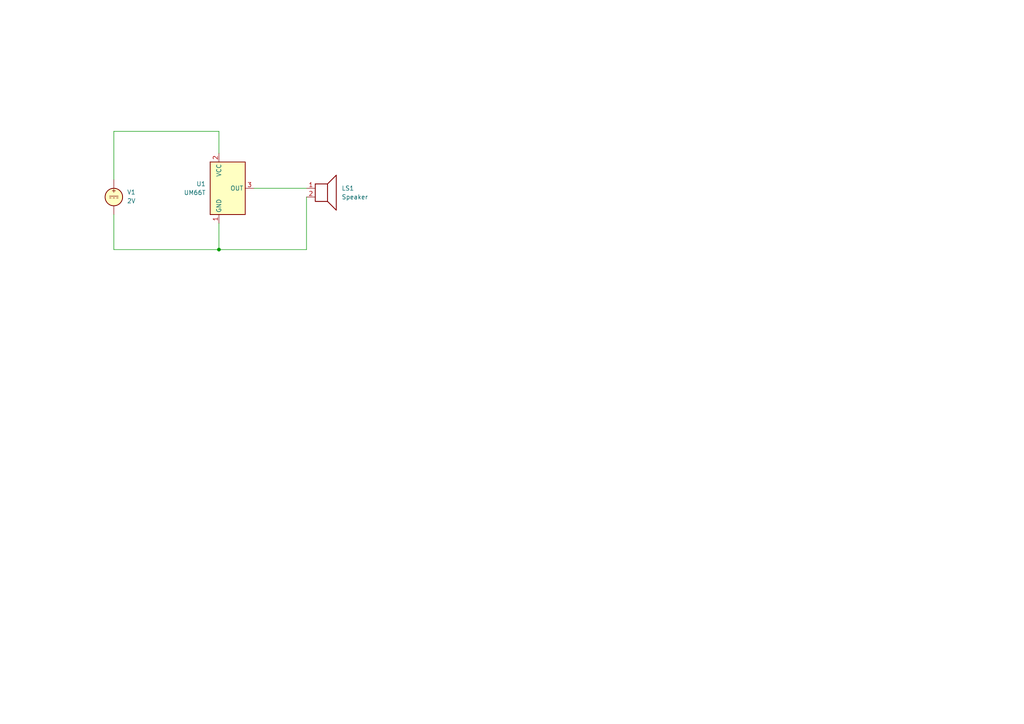
<source format=kicad_sch>
(kicad_sch (version 20250114) (generator "eeschema") (generator_version "9.0")
  (paper "A4")
  (lib_symbols
    (symbol "Device:Speaker" (pin_names (offset 0) (hide yes))
      (property "Reference" "LS" (at 1.27 5.715 0))
      (property "Value" "Speaker" (at 1.27 3.81 0))
      (symbol "Speaker_0_0"
        (rectangle (start -2.54 1.27) (end 1.016 -3.81) (stroke (width 0.254)))
        (polyline (pts (xy 1.016 1.27) (xy 3.556 3.81) (xy 3.556 -6.35) (xy 1.016 -3.81)) (stroke (width 0.254)))
      )
      (symbol "Speaker_1_1"
        (pin input line (at -5.08 0 0) (length 2.54) (name "1") (number "1"))
        (pin input line (at -5.08 -2.54 0) (length 2.54) (name "2") (number "2"))
      )
    )
    (symbol "Sensor_Magnetic:DRV5055A4xLPGxQ1"
      (property "Reference" "U1" (at -6.35 -1.2701 0))
      (property "Value" "UM66T" (at -6.35 1.2699 0))
      (symbol "DRV5055A4xLPGxQ1_1_1"
        (rectangle (start -5.08 7.62) (end 5.08 -7.62) (stroke (width 0.254)) (fill (type background)))
        (pin power_in line (at -2.54 10.16 270) (length 2.54) (name "VCC") (number "2"))
        (pin power_in line (at -2.54 -10.16 90) (length 2.54) (name "GND") (number "1"))
        (pin output line (at 7.62 0 180) (length 2.54) (name "OUT") (number "3"))
      )
    )
    (symbol "Simulation_SPICE:VDC" (pin_numbers (hide yes)) (pin_names (offset 0.0254))
      (property "Reference" "V" (at 2.54 2.54 0))
      (property "Value" "1" (at 2.54 0 0))
      (symbol "VDC_0_0"
        (polyline (pts (xy -1.27 0.254) (xy 1.27 0.254)))
        (polyline (pts (xy -0.762 -0.254) (xy -1.27 -0.254)))
        (polyline (pts (xy 0.254 -0.254) (xy -0.254 -0.254)))
        (polyline (pts (xy 1.27 -0.254) (xy 0.762 -0.254)))
        (text "+" (at 0 1.905 0) (effects (font (size 1.27 1.27))))
      )
      (symbol "VDC_0_1"
        (circle (center 0 0) (radius 2.54) (stroke (width 0.254)) (fill (type background)))
      )
      (symbol "VDC_1_1"
        (pin passive line (at 0 5.08 270) (length 2.54) (name "~") (number "1"))
        (pin passive line (at 0 -5.08 90) (length 2.54) (name "~") (number "2"))
      )
    )
  )
  (junction (at 63.5 72.39))
  (wire (pts (xy 63.5 44.45) (xy 63.5 38.1)))
  (wire (pts (xy 63.5 64.77) (xy 63.5 72.39)))
  (wire (pts (xy 63.5 72.39) (xy 88.9 72.39)))
  (wire (pts (xy 63.5 38.1) (xy 33.02 38.1)))
  (wire (pts (xy 63.5 72.39) (xy 33.02 72.39)))
  (wire (pts (xy 33.02 72.39) (xy 33.02 62.23)))
  (wire (pts (xy 33.02 38.1) (xy 33.02 52.07)))
  (wire (pts (xy 88.9 57.15) (xy 88.9 72.39)))
  (wire (pts (xy 73.66 54.61) (xy 88.9 54.61)))
  (symbol (lib_id "Sensor_Magnetic:DRV5055A4xLPGxQ1") (at 66.04 54.61 0) (unit 1)
    (property "Reference" "U1" (at 59.69 53.3399 0) (effects (justify right)))
    (property "Value" "UM66T" (at 59.69 55.8799 0) (effects (justify right)))
    (property "Footprint" "Package_TO_SOT_THT:TO-92_Inline" (effects (hide yes)))
    (property "Datasheet" "https://www.ti.com/lit/ds/symlink/drv5055-q1.pdf" (effects (hide yes)))
    (property "Description" "12.5mV/mT,±169-mT, 20-kHz, 3.3/5V, TO-92" (effects (hide yes)))
  )
  (symbol (lib_id "Device:Speaker") (at 93.98 54.61 0) (unit 1)
    (property "Reference" "LS1" (at 99.06 54.6099 0) (effects (justify left)))
    (property "Value" "Speaker" (at 99.06 57.1499 0) (effects (justify left)))
    (property "Description" "Speaker" (effects (hide yes)))
  )
  (symbol (lib_id "Simulation_SPICE:VDC") (at 33.02 57.15 0) (unit 1)
    (property "Reference" "V1" (at 36.83 55.7501 0) (effects (justify left)))
    (property "Value" "2V" (at 36.83 58.2901 0) (effects (justify left)))
    (property "Datasheet" "https://ngspice.sourceforge.io/docs/ngspice-html-manual/manual.xhtml#sec_Independent_Sources_for" (effects (hide yes)))
    (property "Description" "Voltage source, DC" (effects (hide yes)))
    (property "Sim.Pins" "1=+ 2=-" (effects (hide yes)))
    (property "Sim.Type" "DC" (effects (hide yes)))
    (property "Sim.Device" "V" (effects (hide yes)))
  )
)
</source>
